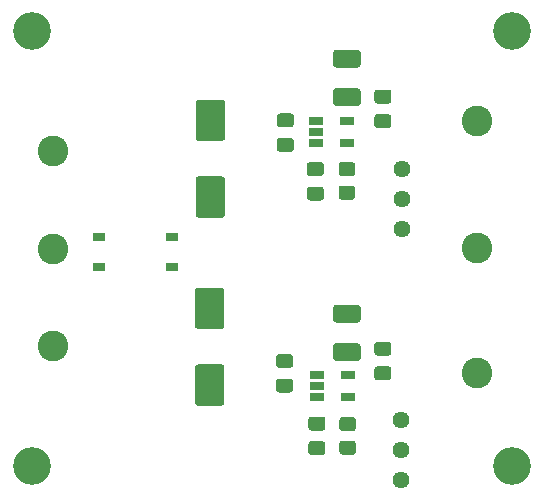
<source format=gbr>
G04 #@! TF.GenerationSoftware,KiCad,Pcbnew,(5.1.7-0-10_14)*
G04 #@! TF.CreationDate,2020-10-25T16:22:19+01:00*
G04 #@! TF.ProjectId,lv-lownoise-psu,6c762d6c-6f77-46e6-9f69-73652d707375,rev?*
G04 #@! TF.SameCoordinates,Original*
G04 #@! TF.FileFunction,Soldermask,Top*
G04 #@! TF.FilePolarity,Negative*
%FSLAX46Y46*%
G04 Gerber Fmt 4.6, Leading zero omitted, Abs format (unit mm)*
G04 Created by KiCad (PCBNEW (5.1.7-0-10_14)) date 2020-10-25 16:22:19*
%MOMM*%
%LPD*%
G01*
G04 APERTURE LIST*
%ADD10R,1.220000X0.650000*%
%ADD11C,1.440000*%
%ADD12C,2.600000*%
%ADD13C,3.200000*%
%ADD14R,1.000000X0.800000*%
G04 APERTURE END LIST*
D10*
X111840000Y-74803000D03*
X111840000Y-76703000D03*
X109220000Y-76703000D03*
X109220000Y-75753000D03*
X109220000Y-74803000D03*
X111741001Y-53302001D03*
X111741001Y-55202001D03*
X109121001Y-55202001D03*
X109121001Y-54252001D03*
X109121001Y-53302001D03*
D11*
X116332000Y-78613000D03*
X116332000Y-81153000D03*
X116332000Y-83693000D03*
X116459000Y-62484000D03*
X116459000Y-59944000D03*
X116459000Y-57404000D03*
G36*
G01*
X112273501Y-79594000D02*
X111373499Y-79594000D01*
G75*
G02*
X111123500Y-79344001I0J249999D01*
G01*
X111123500Y-78643999D01*
G75*
G02*
X111373499Y-78394000I249999J0D01*
G01*
X112273501Y-78394000D01*
G75*
G02*
X112523500Y-78643999I0J-249999D01*
G01*
X112523500Y-79344001D01*
G75*
G02*
X112273501Y-79594000I-249999J0D01*
G01*
G37*
G36*
G01*
X112273501Y-81594000D02*
X111373499Y-81594000D01*
G75*
G02*
X111123500Y-81344001I0J249999D01*
G01*
X111123500Y-80643999D01*
G75*
G02*
X111373499Y-80394000I249999J0D01*
G01*
X112273501Y-80394000D01*
G75*
G02*
X112523500Y-80643999I0J-249999D01*
G01*
X112523500Y-81344001D01*
G75*
G02*
X112273501Y-81594000I-249999J0D01*
G01*
G37*
G36*
G01*
X111309999Y-58804000D02*
X112210001Y-58804000D01*
G75*
G02*
X112460000Y-59053999I0J-249999D01*
G01*
X112460000Y-59754001D01*
G75*
G02*
X112210001Y-60004000I-249999J0D01*
G01*
X111309999Y-60004000D01*
G75*
G02*
X111060000Y-59754001I0J249999D01*
G01*
X111060000Y-59053999D01*
G75*
G02*
X111309999Y-58804000I249999J0D01*
G01*
G37*
G36*
G01*
X111309999Y-56804000D02*
X112210001Y-56804000D01*
G75*
G02*
X112460000Y-57053999I0J-249999D01*
G01*
X112460000Y-57754001D01*
G75*
G02*
X112210001Y-58004000I-249999J0D01*
G01*
X111309999Y-58004000D01*
G75*
G02*
X111060000Y-57754001I0J249999D01*
G01*
X111060000Y-57053999D01*
G75*
G02*
X111309999Y-56804000I249999J0D01*
G01*
G37*
D12*
X122809000Y-74676000D03*
X122809000Y-64058800D03*
X122809000Y-53340000D03*
X86868000Y-55880000D03*
X86868000Y-64135000D03*
X86868000Y-72390000D03*
D13*
X125730000Y-45720000D03*
X125730000Y-82550000D03*
X85090000Y-82550000D03*
X85090000Y-45720000D03*
D14*
X96964500Y-63119000D03*
X96964500Y-65659000D03*
X90814500Y-65659000D03*
X90814500Y-63119000D03*
G36*
G01*
X114333000Y-74110000D02*
X115283000Y-74110000D01*
G75*
G02*
X115533000Y-74360000I0J-250000D01*
G01*
X115533000Y-75035000D01*
G75*
G02*
X115283000Y-75285000I-250000J0D01*
G01*
X114333000Y-75285000D01*
G75*
G02*
X114083000Y-75035000I0J250000D01*
G01*
X114083000Y-74360000D01*
G75*
G02*
X114333000Y-74110000I250000J0D01*
G01*
G37*
G36*
G01*
X114333000Y-72035000D02*
X115283000Y-72035000D01*
G75*
G02*
X115533000Y-72285000I0J-250000D01*
G01*
X115533000Y-72960000D01*
G75*
G02*
X115283000Y-73210000I-250000J0D01*
G01*
X114333000Y-73210000D01*
G75*
G02*
X114083000Y-72960000I0J250000D01*
G01*
X114083000Y-72285000D01*
G75*
G02*
X114333000Y-72035000I250000J0D01*
G01*
G37*
G36*
G01*
X115283000Y-51852500D02*
X114333000Y-51852500D01*
G75*
G02*
X114083000Y-51602500I0J250000D01*
G01*
X114083000Y-50927500D01*
G75*
G02*
X114333000Y-50677500I250000J0D01*
G01*
X115283000Y-50677500D01*
G75*
G02*
X115533000Y-50927500I0J-250000D01*
G01*
X115533000Y-51602500D01*
G75*
G02*
X115283000Y-51852500I-250000J0D01*
G01*
G37*
G36*
G01*
X115283000Y-53927500D02*
X114333000Y-53927500D01*
G75*
G02*
X114083000Y-53677500I0J250000D01*
G01*
X114083000Y-53002500D01*
G75*
G02*
X114333000Y-52752500I250000J0D01*
G01*
X115283000Y-52752500D01*
G75*
G02*
X115533000Y-53002500I0J-250000D01*
G01*
X115533000Y-53677500D01*
G75*
G02*
X115283000Y-53927500I-250000J0D01*
G01*
G37*
G36*
G01*
X110835000Y-72148000D02*
X112685000Y-72148000D01*
G75*
G02*
X112935000Y-72398000I0J-250000D01*
G01*
X112935000Y-73398000D01*
G75*
G02*
X112685000Y-73648000I-250000J0D01*
G01*
X110835000Y-73648000D01*
G75*
G02*
X110585000Y-73398000I0J250000D01*
G01*
X110585000Y-72398000D01*
G75*
G02*
X110835000Y-72148000I250000J0D01*
G01*
G37*
G36*
G01*
X110835000Y-68898000D02*
X112685000Y-68898000D01*
G75*
G02*
X112935000Y-69148000I0J-250000D01*
G01*
X112935000Y-70148000D01*
G75*
G02*
X112685000Y-70398000I-250000J0D01*
G01*
X110835000Y-70398000D01*
G75*
G02*
X110585000Y-70148000I0J250000D01*
G01*
X110585000Y-69148000D01*
G75*
G02*
X110835000Y-68898000I250000J0D01*
G01*
G37*
G36*
G01*
X112685000Y-48808000D02*
X110835000Y-48808000D01*
G75*
G02*
X110585000Y-48558000I0J250000D01*
G01*
X110585000Y-47558000D01*
G75*
G02*
X110835000Y-47308000I250000J0D01*
G01*
X112685000Y-47308000D01*
G75*
G02*
X112935000Y-47558000I0J-250000D01*
G01*
X112935000Y-48558000D01*
G75*
G02*
X112685000Y-48808000I-250000J0D01*
G01*
G37*
G36*
G01*
X112685000Y-52058000D02*
X110835000Y-52058000D01*
G75*
G02*
X110585000Y-51808000I0J250000D01*
G01*
X110585000Y-50808000D01*
G75*
G02*
X110835000Y-50558000I250000J0D01*
G01*
X112685000Y-50558000D01*
G75*
G02*
X112935000Y-50808000I0J-250000D01*
G01*
X112935000Y-51808000D01*
G75*
G02*
X112685000Y-52058000I-250000J0D01*
G01*
G37*
G36*
G01*
X109695000Y-79538500D02*
X108745000Y-79538500D01*
G75*
G02*
X108495000Y-79288500I0J250000D01*
G01*
X108495000Y-78613500D01*
G75*
G02*
X108745000Y-78363500I250000J0D01*
G01*
X109695000Y-78363500D01*
G75*
G02*
X109945000Y-78613500I0J-250000D01*
G01*
X109945000Y-79288500D01*
G75*
G02*
X109695000Y-79538500I-250000J0D01*
G01*
G37*
G36*
G01*
X109695000Y-81613500D02*
X108745000Y-81613500D01*
G75*
G02*
X108495000Y-81363500I0J250000D01*
G01*
X108495000Y-80688500D01*
G75*
G02*
X108745000Y-80438500I250000J0D01*
G01*
X109695000Y-80438500D01*
G75*
G02*
X109945000Y-80688500I0J-250000D01*
G01*
X109945000Y-81363500D01*
G75*
G02*
X109695000Y-81613500I-250000J0D01*
G01*
G37*
G36*
G01*
X108618000Y-58891500D02*
X109568000Y-58891500D01*
G75*
G02*
X109818000Y-59141500I0J-250000D01*
G01*
X109818000Y-59816500D01*
G75*
G02*
X109568000Y-60066500I-250000J0D01*
G01*
X108618000Y-60066500D01*
G75*
G02*
X108368000Y-59816500I0J250000D01*
G01*
X108368000Y-59141500D01*
G75*
G02*
X108618000Y-58891500I250000J0D01*
G01*
G37*
G36*
G01*
X108618000Y-56816500D02*
X109568000Y-56816500D01*
G75*
G02*
X109818000Y-57066500I0J-250000D01*
G01*
X109818000Y-57741500D01*
G75*
G02*
X109568000Y-57991500I-250000J0D01*
G01*
X108618000Y-57991500D01*
G75*
G02*
X108368000Y-57741500I0J250000D01*
G01*
X108368000Y-57066500D01*
G75*
G02*
X108618000Y-56816500I250000J0D01*
G01*
G37*
G36*
G01*
X106014500Y-75147500D02*
X106964500Y-75147500D01*
G75*
G02*
X107214500Y-75397500I0J-250000D01*
G01*
X107214500Y-76072500D01*
G75*
G02*
X106964500Y-76322500I-250000J0D01*
G01*
X106014500Y-76322500D01*
G75*
G02*
X105764500Y-76072500I0J250000D01*
G01*
X105764500Y-75397500D01*
G75*
G02*
X106014500Y-75147500I250000J0D01*
G01*
G37*
G36*
G01*
X106014500Y-73072500D02*
X106964500Y-73072500D01*
G75*
G02*
X107214500Y-73322500I0J-250000D01*
G01*
X107214500Y-73997500D01*
G75*
G02*
X106964500Y-74247500I-250000J0D01*
G01*
X106014500Y-74247500D01*
G75*
G02*
X105764500Y-73997500I0J250000D01*
G01*
X105764500Y-73322500D01*
G75*
G02*
X106014500Y-73072500I250000J0D01*
G01*
G37*
G36*
G01*
X106078000Y-54764000D02*
X107028000Y-54764000D01*
G75*
G02*
X107278000Y-55014000I0J-250000D01*
G01*
X107278000Y-55689000D01*
G75*
G02*
X107028000Y-55939000I-250000J0D01*
G01*
X106078000Y-55939000D01*
G75*
G02*
X105828000Y-55689000I0J250000D01*
G01*
X105828000Y-55014000D01*
G75*
G02*
X106078000Y-54764000I250000J0D01*
G01*
G37*
G36*
G01*
X106078000Y-52689000D02*
X107028000Y-52689000D01*
G75*
G02*
X107278000Y-52939000I0J-250000D01*
G01*
X107278000Y-53614000D01*
G75*
G02*
X107028000Y-53864000I-250000J0D01*
G01*
X106078000Y-53864000D01*
G75*
G02*
X105828000Y-53614000I0J250000D01*
G01*
X105828000Y-52939000D01*
G75*
G02*
X106078000Y-52689000I250000J0D01*
G01*
G37*
G36*
G01*
X99139500Y-73942000D02*
X101139500Y-73942000D01*
G75*
G02*
X101389500Y-74192000I0J-250000D01*
G01*
X101389500Y-77192000D01*
G75*
G02*
X101139500Y-77442000I-250000J0D01*
G01*
X99139500Y-77442000D01*
G75*
G02*
X98889500Y-77192000I0J250000D01*
G01*
X98889500Y-74192000D01*
G75*
G02*
X99139500Y-73942000I250000J0D01*
G01*
G37*
G36*
G01*
X99139500Y-67442000D02*
X101139500Y-67442000D01*
G75*
G02*
X101389500Y-67692000I0J-250000D01*
G01*
X101389500Y-70692000D01*
G75*
G02*
X101139500Y-70942000I-250000J0D01*
G01*
X99139500Y-70942000D01*
G75*
G02*
X98889500Y-70692000I0J250000D01*
G01*
X98889500Y-67692000D01*
G75*
G02*
X99139500Y-67442000I250000J0D01*
G01*
G37*
G36*
G01*
X99203000Y-58026500D02*
X101203000Y-58026500D01*
G75*
G02*
X101453000Y-58276500I0J-250000D01*
G01*
X101453000Y-61276500D01*
G75*
G02*
X101203000Y-61526500I-250000J0D01*
G01*
X99203000Y-61526500D01*
G75*
G02*
X98953000Y-61276500I0J250000D01*
G01*
X98953000Y-58276500D01*
G75*
G02*
X99203000Y-58026500I250000J0D01*
G01*
G37*
G36*
G01*
X99203000Y-51526500D02*
X101203000Y-51526500D01*
G75*
G02*
X101453000Y-51776500I0J-250000D01*
G01*
X101453000Y-54776500D01*
G75*
G02*
X101203000Y-55026500I-250000J0D01*
G01*
X99203000Y-55026500D01*
G75*
G02*
X98953000Y-54776500I0J250000D01*
G01*
X98953000Y-51776500D01*
G75*
G02*
X99203000Y-51526500I250000J0D01*
G01*
G37*
M02*

</source>
